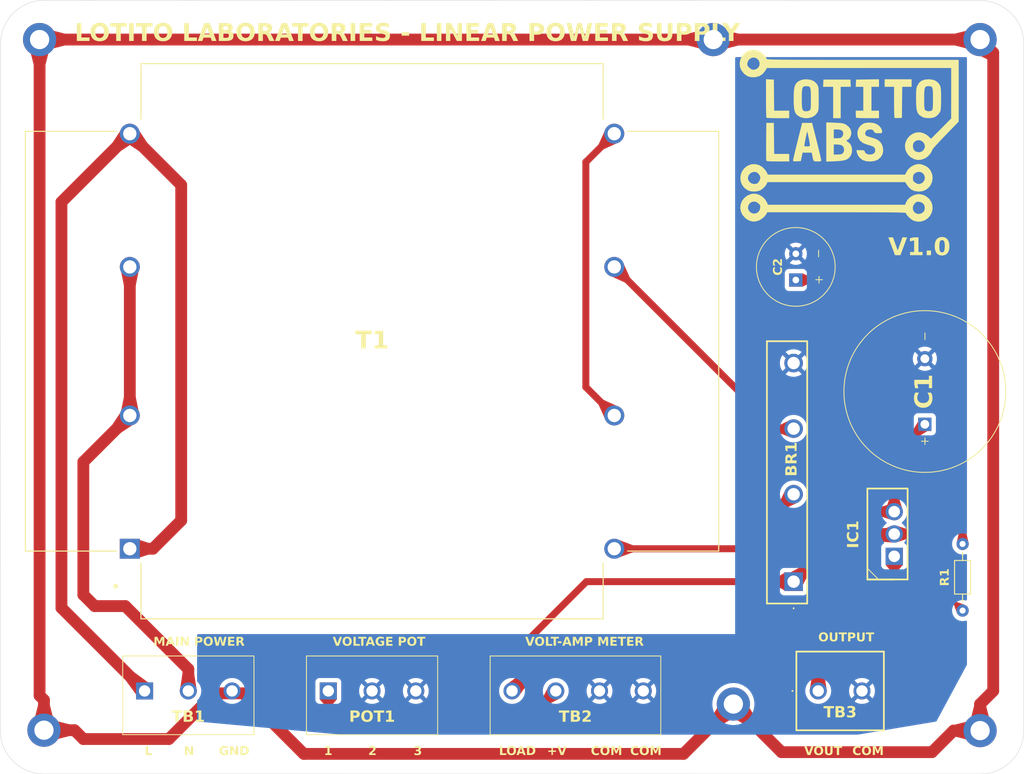
<source format=kicad_pcb>
(kicad_pcb (version 20240108) (generator "pcbnew") (generator_version "8.0")
  (title_block (title "Linear Power Supply PCB - Summer 2024") (company "Lotito Laboratories"))
  (layers (0 "F.Cu" signal) (31 "B.Cu" signal) (34 "B.Paste" user) (35 "F.Paste" user) (36 "B.SilkS" user "B.Silkscreen") (37 "F.SilkS" user "F.Silkscreen") (38 "B.Mask" user) (39 "F.Mask" user) (44 "Edge.Cuts" user))
  (net 0 "")
  (net 1 "Net-(BR1-~{_1})")
  (net 2 "COM")
  (net 3 "Net-(BR1-~{_2})")
  (net 4 "Net-(BR1-+)")
  (net 5 "Net-(IC1-ADJ{slash}GND)")
  (net 6 "Vout")
  (net 7 "+120VAC{slash}N")
  (net 8 "+120VAC{slash}L")
  (net 9 "Net-(T1-Pad6)")
  (net 10 "GND")
  (footprint "MountingHole:MountingHole_2.2mm_M2_DIN965_Pad" (layer "F.Cu") (at 103.5 135.989626)
    (property "Reference" "REF**" (hide yes))
    (property "Value" "MountingHole_2.2mm_M2_DIN965_Pad" (hide yes))
    (pad "1" thru_hole circle (at 0 0) (size 3.8 3.8) (drill 2.2) (layers "*.Cu" "*.Mask") (net 10 "GND"))
  )
  (footprint "MountingHole:MountingHole_2.2mm_M2_DIN965_Pad" (layer "F.Cu") (at 210.5 57)
    (property "Reference" "REF**" (hide yes))
    (property "Value" "MountingHole_2.2mm_M2_DIN965_Pad" (hide yes))
    (pad "1" thru_hole circle (at 0 0) (size 3.8 3.8) (drill 2.2) (layers "*.Cu" "*.Mask") (net 10 "GND"))
  )
  (footprint "Chase's Footprints:Lotito Labs - 25mm" (layer "F.Cu") (at 195.5 68)
    (property "Reference" "G***" (hide yes))
    (property "Value" "LOGO" (hide yes))
    (fp_poly (pts (xy 0.200897 -6.009181) (xy 0.222416 -5.59661) (xy -0.355176 -5.59661) (xy -0.932768 -5.59661) (xy -0.932768 -3.802825) (xy -0.932768 -2.00904) (xy -1.363277 -2.00904) (xy -1.793785 -2.00904) (xy -1.793785 -3.802825) (xy -1.793785 -5.59661) (xy -2.371377 -5.59661) (xy -2.948969 -5.59661) (xy -2.92745 -6.009181) (xy -2.905932 -6.421751) (xy -1.363277 -6.421751) (xy 0.179379 -6.421751)) (fill solid) (layer "F.SilkS"))
    (fp_poly (pts (xy -9.02274 -6.443113) (xy -8.574294 -6.421751) (xy -8.555102 -4.645904) (xy -8.535911 -2.870056) (xy -7.676147 -2.870056) (xy -6.816384 -2.870056) (xy -6.816384 -2.439548) (xy -6.816384 -2.00904) (xy -8.095951 -2.00904) (xy -8.510679 -2.011601) (xy -8.874767 -2.01871) (xy -9.164322 -2.029507) (xy -9.355449 -2.04313) (xy -9.423352 -2.056874) (xy -9.43529 -2.137988) (xy -9.44614 -2.344663) (xy -9.455517 -2.658956) (xy -9.463034 -3.062927) (xy -9.468307 -3.538634) (xy -9.470951 -4.068136) (xy -9.471186 -4.284591) (xy -9.471186 -6.464475)) (fill solid) (layer "F.SilkS"))
    (fp_poly (pts (xy -8.555102 0.304944) (xy -8.535911 2.080791) (xy -7.676147 2.080791) (xy -6.816384 2.080791) (xy -6.816384 2.511299) (xy -6.816384 2.941808) (xy -8.110161 2.941808) (xy -8.60279 2.939173) (xy -8.96675 2.9306) (xy -9.216792 2.915082) (xy -9.367664 2.891615) (xy -9.434116 2.859194) (xy -9.438673 2.851291) (xy -9.446861 2.75888) (xy -9.453084 2.541688) (xy -9.457207 2.218427) (xy -9.459099 1.807806) (xy -9.458626 1.328535) (xy -9.455655 0.799327) (xy -9.454359 0.644935) (xy -9.43531 -1.470904) (xy -9.004802 -1.470904) (xy -8.574294 -1.470904)) (fill solid) (layer "F.SilkS"))
    (fp_poly (pts (xy 7.175142 -6.027119) (xy 7.175142 -5.59661) (xy 6.638259 -5.59661) (xy 6.101377 -5.59661) (xy 6.082186 -3.820763) (xy 6.062995 -2.044915) (xy 5.665513 -2.023847) (xy 5.437516 -2.020745) (xy 5.27119 -2.03506) (xy 5.217067 -2.053743) (xy 5.202911 -2.13684) (xy 5.190267 -2.343198) (xy 5.179707 -2.65258) (xy 5.171807 -3.044747) (xy 5.167139 -3.499461) (xy 5.166102 -3.850659) (xy 5.166102 -5.59661) (xy 4.627966 -5.59661) (xy 4.089831 -5.59661) (xy 4.089831 -6.027119) (xy 4.089831 -6.457627) (xy 5.632486 -6.457627) (xy 7.175142 -6.457627)) (fill solid) (layer "F.SilkS"))
    (fp_poly (pts (xy 3.444068 -6.028737) (xy 3.444068 -5.59661) (xy 3.01356 -5.59661) (xy 2.583051 -5.59661) (xy 2.583051 -4.233333) (xy 2.583051 -2.870056) (xy 3.01356 -2.870056) (xy 3.444068 -2.870056) (xy 3.444068 -2.439548) (xy 3.444068 -2.00904) (xy 2.164501 -2.00904) (xy 1.749773 -2.011601) (xy 1.385685 -2.01871) (xy 1.09613 -2.029507) (xy 0.905003 -2.04313) (xy 0.8371 -2.056874) (xy 0.810227 -2.15029) (xy 0.792874 -2.338366) (xy 0.789266 -2.487382) (xy 0.789266 -2.870056) (xy 1.219774 -2.870056) (xy 1.650283 -2.870056) (xy 1.650283 -4.233333) (xy 1.650283 -5.59661) (xy 1.216194 -5.59661) (xy 0.782104 -5.59661) (xy 0.803623 -6.009181) (xy 0.825142 -6.421751) (xy 2.134605 -6.441308) (xy 3.444068 -6.460864)) (fill solid) (layer "F.SilkS"))
    (fp_poly (pts (xy -3.684094 0.574011) (xy -3.552929 1.10094) (xy -3.433672 1.588571) (xy -3.330806 2.017885) (xy -3.248816 2.369864) (xy -3.192184 2.625491) (xy -3.165397 2.765745) (xy -3.163896 2.780367) (xy -3.171384 2.869793) (xy -3.225384 2.918215) (xy -3.358713 2.938072) (xy -3.589822 2.941808) (xy -3.811709 2.940163) (xy -3.951388 2.916775) (xy -4.035635 2.843964) (xy -4.091228 2.694046) (xy -4.144942 2.439343) (xy -4.162431 2.349859) (xy -4.243507 1.937288) (xy -4.76578 1.937288) (xy -5.288053 1.937288) (xy -5.388518 2.42161) (xy -5.488983 2.905932) (xy -5.937429 2.927294) (xy -6.184291 2.934126) (xy -6.319755 2.919736) (xy -6.375274 2.876533) (xy -6.383355 2.819667) (xy -6.365817 2.719462) (xy -6.317433 2.498604) (xy -6.242567 2.175554) (xy -6.145584 1.768774) (xy -6.030851 1.296728) (xy -5.998561 1.16596) (xy -5.095515 1.16596) (xy -5.030609 1.198072) (xy -4.867753 1.217318) (xy -4.771469 1.219774) (xy -4.568508 1.209735) (xy -4.472724 1.169669) (xy -4.448588 1.084656) (xy -4.448587 1.08417) (xy -4.461877 0.966448) (xy -4.496971 0.755043) (xy -4.546711 0.485842) (xy -4.603936 0.194735) (xy -4.661486 -0.082389) (xy -4.712201 -0.30964) (xy -4.74892 -0.451129) (xy -4.760518 -0.47935) (xy -4.78049 -0.422215) (xy -4.820143 -0.257013) (xy -4.87276 -0.016733) (xy -4.931624 0.265637) (xy -4.990019 0.55711) (xy -5.041227 0.824697) (xy -5.078533 1.035411) (xy -5.09522 1.156263) (xy -5.095515 1.16596) (xy -5.998561 1.16596) (xy -5.902732 0.777876) (xy -5.860848 0.609887) (xy -5.340861 -1.470904) (xy -4.769159 -1.470904) (xy -4.197457 -1.470904)) (fill solid) (layer "F.SilkS"))
    (fp_poly (pts (xy -1.621638 -1.490444) (xy -1.214696 -1.472072) (xy -0.919971 -1.449686) (xy -0.706183 -1.418177) (xy -0.542049 -1.372439) (xy -0.396291 -1.307364) (xy -0.350827 -1.282953) (xy -0.019066 -1.034806) (xy 0.197147 -0.728304) (xy 0.285322 -0.382116) (xy 0.286738 -0.330208) (xy 0.243914 -0.048577) (xy 0.132127 0.209839) (xy -0.024356 0.399678) (xy -0.138552 0.464813) (xy -0.262539 0.52535) (xy -0.25915 0.598899) (xy -0.12475 0.700912) (xy -0.076372 0.729203) (xy 0.156918 0.938467) (xy 0.306363 1.230432) (xy 0.370029 1.56997) (xy 0.345979 1.92195) (xy 0.232278 2.251244) (xy 0.026992 2.522722) (xy 0.022658 2.52667) (xy -0.173067 2.670079) (xy -0.413786 2.775853) (xy -0.724167 2.849947) (xy -1.128876 2.898317) (xy -1.632344 2.926198) (xy -2.583051 2.960528) (xy -2.583051 1.578531) (xy -1.722034 1.578531) (xy -1.722034 2.152542) (xy -1.322684 2.152542) (xy -1.072289 2.139169) (xy -0.863438 2.104893) (xy -0.781114 2.076428) (xy -0.619601 1.91793) (xy -0.546576 1.69389) (xy -0.559758 1.449916) (xy -0.656867 1.231613) (xy -0.830593 1.086843) (xy -1.011577 1.037261) (xy -1.258083 1.007932) (xy -1.366653 1.00452) (xy -1.722034 1.00452) (xy -1.722034 1.578531) (xy -2.583051 1.578531) (xy -2.583051 0.716699) (xy -2.583051 -0.215254) (xy -1.722034 -0.215254) (xy -1.722034 0.287006) (xy -1.327401 0.287006) (xy -1.055674 0.27047) (xy -0.878849 0.21275) (xy -0.789265 0.143503) (xy -0.67345 -0.061069) (xy -0.645762 -0.247061) (xy -0.694088 -0.477648) (xy -0.845574 -0.627862) (xy -1.109981 -0.704286) (xy -1.343366 -0.717514) (xy -1.722034 -0.717514) (xy -1.722034 -0.215254) (xy -2.583051 -0.215254) (xy -2.583051 -1.52713)) (fill solid) (layer "F.SilkS"))
    (fp_poly (pts (xy -4.382416 -6.403208) (xy -3.99351 -6.242779) (xy -3.69927 -5.980581) (xy -3.606689 -5.842357) (xy -3.54975 -5.73351) (xy -3.508097 -5.620885) (xy -3.479333 -5.480674) (xy -3.461058 -5.289073) (xy -3.450875 -5.022276) (xy -3.446387 -4.656478) (xy -3.445248 -4.239637) (xy -3.445604 -3.771717) (xy -3.449374 -3.423299) (xy -3.459175 -3.170384) (xy -3.477621 -2.988974) (xy -3.507328 -2.855068) (xy -3.550914 -2.74467) (xy -3.610994 -2.63378) (xy -3.622432 -2.614184) (xy -3.865528 -2.333421) (xy -4.200236 -2.132989) (xy -4.594332 -2.020706) (xy -5.015595 -2.004387) (xy -5.431804 -2.091851) (xy -5.560734 -2.143985) (xy -5.802082 -2.274191) (xy -5.986676 -2.428201) (xy -6.121644 -2.62595) (xy -6.214114 -2.887373) (xy -6.271214 -3.232405) (xy -6.300073 -3.68098) (xy -6.307825 -4.233333) (xy -5.381356 -4.233333) (xy -5.377485 -3.743452) (xy -5.361715 -3.3788) (xy -5.327811 -3.121215) (xy -5.26954 -2.952536) (xy -5.180666 -2.854599) (xy -5.054955 -2.809243) (xy -4.888741 -2.798305) (xy -4.670554 -2.825106) (xy -4.494498 -2.890588) (xy -4.480239 -2.900148) (xy -4.42938 -2.947285) (xy -4.392614 -3.017338) (xy -4.367682 -3.131945) (xy -4.352322 -3.312748) (xy -4.344273 -3.581388) (xy -4.341276 -3.959505) (xy -4.34096 -4.233333) (xy -4.343075 -4.720735) (xy -4.354123 -5.083139) (xy -4.381166 -5.339035) (xy -4.43126 -5.506917) (xy -4.511465 -5.605275) (xy -4.62884 -5.652603) (xy -4.790443 -5.667391) (xy -4.888741 -5.668362) (xy -5.056907 -5.657085) (xy -5.182084 -5.611145) (xy -5.270507 -5.512382) (xy -5.328412 -5.342633) (xy -5.362031 -5.083736) (xy -5.377601 -4.717529) (xy -5.381356 -4.233333) (xy -6.307825 -4.233333) (xy -6.299929 -4.796128) (xy -6.271458 -5.236681) (xy -6.215235 -5.575623) (xy -6.124085 -5.833589) (xy -5.990833 -6.031212) (xy -5.808303 -6.189124) (xy -5.58153 -6.321759) (xy -5.24173 -6.428606) (xy -4.857364 -6.457627)) (fill solid) (layer "F.SilkS"))
    (fp_poly (pts (xy 9.558741 -6.417534) (xy 9.9067 -6.289779) (xy 10.193346 -6.063151) (xy 10.202074 -6.053893) (xy 10.321668 -5.912148) (xy 10.410336 -5.763199) (xy 10.472577 -5.583323) (xy 10.512894 -5.348796) (xy 10.535786 -5.035892) (xy 10.545755 -4.620889) (xy 10.547458 -4.233333) (xy 10.542955 -3.802138) (xy 10.530432 -3.416144) (xy 10.511366 -3.102705) (xy 10.487236 -2.889173) (xy 10.471142 -2.820914) (xy 10.304975 -2.537249) (xy 10.052773 -2.279575) (xy 9.778435 -2.10783) (xy 9.5219 -2.041347) (xy 9.195952 -2.014766) (xy 8.857984 -2.027206) (xy 8.565391 -2.077787) (xy 8.430791 -2.12852) (xy 8.187989 -2.272384) (xy 8.003027 -2.428333) (xy 7.868331 -2.61762) (xy 7.776326 -2.861495) (xy 7.719437 -3.18121) (xy 7.690089 -3.598018) (xy 7.680707 -4.13317) (xy 7.680553 -4.233333) (xy 7.680615 -4.2458) (xy 8.61017 -4.2458) (xy 8.612147 -3.793758) (xy 8.619399 -3.463228) (xy 8.633907 -3.232259) (xy 8.65765 -3.078898) (xy 8.692609 -2.981193) (xy 8.728917 -2.92952) (xy 8.898652 -2.832565) (xy 9.131275 -2.799456) (xy 9.360383 -2.83178) (xy 9.501937 -2.911057) (xy 9.544566 -2.975803) (xy 9.575274 -3.085609) (xy 9.595844 -3.261372) (xy 9.608058 -3.523994) (xy 9.613699 -3.894372) (xy 9.61469 -4.233333) (xy 9.612218 -4.721271) (xy 9.600661 -5.084161) (xy 9.573807 -5.340429) (xy 9.525443 -5.508502) (xy 9.449359 -5.606806) (xy 9.33934 -5.653766) (xy 9.189177 -5.66781) (xy 9.130892 -5.668362) (xy 8.953077 -5.660358) (xy 8.821012 -5.624031) (xy 8.727936 -5.540909) (xy 8.667087 -5.39252) (xy 8.631702 -5.16039) (xy 8.615021 -4.826049) (xy 8.610282 -4.371022) (xy 8.61017 -4.2458) (xy 7.680615 -4.2458) (xy 7.682859 -4.694115) (xy 7.691321 -5.03715) (xy 7.708253 -5.288142) (xy 7.735971 -5.472796) (xy 7.776788 -5.616816) (xy 7.813015 -5.704237) (xy 8.021869 -6.047859) (xy 8.289884 -6.280017) (xy 8.637658 -6.412592) (xy 9.085793 -6.457463) (xy 9.119405 -6.457627)) (fill solid) (layer "F.SilkS"))
    (fp_poly (pts (xy 2.807981 -1.460764) (xy 3.141995 -1.353814) (xy 3.159218 -1.345339) (xy 3.448907 -1.145638) (xy 3.667802 -0.890174) (xy 3.788173 -0.615729) (xy 3.802825 -0.491649) (xy 3.795876 -0.376557) (xy 3.752005 -0.315552) (xy 3.636678 -0.291543) (xy 3.415359 -0.287438) (xy 3.390255 -0.287459) (xy 3.151737 -0.294003) (xy 3.010607 -0.325305) (xy 2.920887 -0.399872) (xy 2.855456 -0.502714) (xy 2.757075 -0.640473) (xy 2.634005 -0.702616) (xy 2.428509 -0.717501) (xy 2.41813 -0.717514) (xy 2.125594 -0.670812) (xy 1.940119 -0.533343) (xy 1.866614 -0.309061) (xy 1.865537 -0.272204) (xy 1.88444 -0.130568) (xy 1.958216 -0.026201) (xy 2.112464 0.058881) (xy 2.372783 0.142665) (xy 2.506996 0.178461) (xy 2.985365 0.326932) (xy 3.342004 0.501353) (xy 3.59844 0.719302) (xy 3.776202 0.998355) (xy 3.882907 1.301877) (xy 3.929873 1.728457) (xy 3.844651 2.123912) (xy 3.636941 2.466242) (xy 3.316444 2.733447) (xy 3.230969 2.780367) (xy 2.855779 2.904766) (xy 2.420549 2.948783) (xy 1.983909 2.912148) (xy 1.604486 2.794596) (xy 1.590605 2.787849) (xy 1.274597 2.557854) (xy 1.034573 2.237258) (xy 0.906954 1.883475) (xy 0.864605 1.650282) (xy 1.329195 1.650282) (xy 1.590224 1.657516) (xy 1.735074 1.683353) (xy 1.790533 1.733999) (xy 1.793786 1.75791) (xy 1.859276 1.934443) (xy 2.032627 2.071341) (xy 2.27916 2.145561) (xy 2.387707 2.152542) (xy 2.707568 2.109235) (xy 2.915757 1.98106) (xy 3.008683 1.77064) (xy 3.01356 1.695803) (xy 2.987769 1.48306) (xy 2.894833 1.327827) (xy 2.711404 1.209528) (xy 2.414136 1.107591) (xy 2.316491 1.08153) (xy 2.019833 0.992597) (xy 1.742693 0.888256) (xy 1.549883 0.793732) (xy 1.25268 0.535308) (xy 1.062393 0.212868) (xy 0.977097 -0.145688) (xy 0.994867 -0.512462) (xy 1.113778 -0.859554) (xy 1.331905 -1.159065) (xy 1.647323 -1.383097) (xy 1.701792 -1.40799) (xy 2.026383 -1.490495) (xy 2.415612 -1.507206)) (fill solid) (layer "F.SilkS"))
    (fp_poly (pts (xy 8.31601 3.279715) (xy 8.663799 3.405839) (xy 8.977452 3.582373) (xy 9.101474 3.681713) (xy 9.368496 4.022694) (xy 9.525776 4.424707) (xy 9.572491 4.855694) (xy 9.507817 5.283597) (xy 9.33093 5.676359) (xy 9.158332 5.894604) (xy 8.816609 6.176484) (xy 8.443405 6.33473) (xy 7.99928 6.385825) (xy 7.982786 6.385876) (xy 7.518455 6.330101) (xy 7.131331 6.157028) (xy 6.805388 5.858034) (xy 6.676273 5.682928) (xy 6.428535 5.309605) (xy -1.444739 5.309605) (xy -9.318013 5.309605) (xy -9.365055 5.457822) (xy -9.4792 5.666905) (xy -9.677649 5.899948) (xy -9.918202 6.113163) (xy -10.125235 6.2466) (xy -10.445837 6.349836) (xy -10.828993 6.385331) (xy -11.213372 6.353284) (xy -11.53764 6.253894) (xy -11.56123 6.241943) (xy -11.932189 5.975542) (xy -12.194133 5.641945) (xy -12.350265 5.2634) (xy -12.403592 4.863615) (xy -11.538705 4.863615) (xy -11.520205 4.995918) (xy -11.389633 5.24832) (xy -11.166669 5.42878) (xy -10.891708 5.519765) (xy -10.605146 5.503743) (xy -10.471732 5.45098) (xy -10.314103 5.303476) (xy -10.18575 5.075547) (xy -10.129963 4.868001) (xy 7.318644 4.868001) (xy 7.345184 5.090818) (xy 7.449005 5.255711) (xy 7.539404 5.339102) (xy 7.819662 5.49879) (xy 8.103304 5.519165) (xy 8.372853 5.400676) (xy 8.472186 5.315124) (xy 8.640824 5.065275) (xy 8.689552 4.801638) (xy 8.635543 4.550125) (xy 8.495968 4.336651) (xy 8.287998 4.18713) (xy 8.028806 4.127475) (xy 7.735562 4.1836) (xy 7.725205 4.187849) (xy 7.491561 4.329934) (xy 7.362505 4.533156) (xy 7.31902 4.829331) (xy 7.318644 4.868001) (xy -10.129963 4.868001) (xy -10.119807 4.830218) (xy -10.116949 4.776164) (xy -10.16372 4.608835) (xy -10.280237 4.415584) (xy -10.323112 4.363618) (xy -10.503843 4.201365) (xy -10.692209 4.137896) (xy -10.78904 4.132881) (xy -11.085869 4.193457) (xy -11.326593 4.355311) (xy -11.485957 4.588634) (xy -11.538705 4.863615) (xy -12.403592 4.863615) (xy -12.403787 4.862153) (xy -12.357903 4.460451) (xy -12.215816 4.080542) (xy -11.980729 3.744674) (xy -11.655845 3.475092) (xy -11.244366 3.294045) (xy -11.132789 3.266176) (xy -10.706282 3.244073) (xy -10.285184 3.348527) (xy -9.899832 3.564776) (xy -9.580562 3.878055) (xy -9.442909 4.088593) (xy -9.246976 4.448588) (xy -1.403379 4.448588) (xy 6.440218 4.448588) (xy 6.533327 4.223801) (xy 6.751363 3.867331) (xy 7.068805 3.567798) (xy 7.448608 3.350268) (xy 7.853728 3.239812) (xy 8.000283 3.23109)) (fill solid) (layer "F.SilkS"))
    (fp_poly (pts (xy -10.257144 6.747959) (xy -9.891592 6.963909) (xy -9.584251 7.261223) (xy -9.36722 7.620906) (xy -9.3661 7.623588) (xy -9.254006 7.892655) (xy -1.412603 7.892655) (xy 6.428799 7.892655) (xy 6.514519 7.655603) (xy 6.711014 7.309991) (xy 7.013762 7.019092) (xy 7.38927 6.804988) (xy 7.804049 6.689757) (xy 8.000283 6.676033) (xy 8.441617 6.742686) (xy 8.843778 6.928847) (xy 9.180732 7.21382) (xy 9.426451 7.576911) (xy 9.537407 7.898119) (xy 9.570366 8.35231) (xy 9.481626 8.772486) (xy 9.289655 9.143436) (xy 9.012924 9.449945) (xy 8.669903 9.676801) (xy 8.279062 9.808791) (xy 7.858871 9.830702) (xy 7.4278 9.72732) (xy 7.35452 9.69608) (xy 7.152993 9.574217) (xy 6.937188 9.397777) (xy 6.739681 9.199724) (xy 6.593046 9.013021) (xy 6.529859 8.870633) (xy 6.529379 8.861093) (xy 6.517026 8.844186) (xy 6.474883 8.82912) (xy 6.395326 8.815792) (xy 6.270728 8.804099) (xy 6.093464 8.793937) (xy 5.85591 8.785203) (xy 5.550439 8.777794) (xy 5.169427 8.771607) (xy 4.705247 8.766537) (xy 4.150275 8.762482) (xy 3.496886 8.759338) (xy 2.737453 8.757003) (xy 1.864352 8.755372) (xy 0.869957 8.754342) (xy -0.253357 8.75381) (xy -1.39731 8.753672) (xy -9.323998 8.753672) (xy -9.431586 8.961725) (xy -9.622806 9.221118) (xy -9.901166 9.469056) (xy -10.213505 9.66394) (xy -10.439927 9.750731) (xy -10.712022 9.807942) (xy -10.929872 9.815028) (xy -11.173896 9.771454) (xy -11.27657 9.745148) (xy -11.48547 9.656175) (xy -11.724317 9.50764) (xy -11.84239 9.415749) (xy -12.15378 9.067333) (xy -12.341738 8.678449) (xy -12.412417 8.27027) (xy -12.409699 8.242964) (xy -11.531767 8.242964) (xy -11.468357 8.497381) (xy -11.31468 8.704944) (xy -11.097184 8.847191) (xy -10.842315 8.905661) (xy -10.576519 8.86189) (xy -10.367643 8.735622) (xy -10.198178 8.499483) (xy -10.139405 8.272702) (xy -10.13833 8.255357) (xy 7.30485 8.255357) (xy 7.350056 8.508639) (xy 7.480314 8.724901) (xy 7.678684 8.879914) (xy 7.928225 8.949449) (xy 8.211994 8.909277) (xy 8.3246 8.860557) (xy 8.546389 8.69263) (xy 8.658755 8.459833) (xy 8.681921 8.224255) (xy 8.618025 7.930729) (xy 8.438204 7.708304) (xy 8.160257 7.576018) (xy 8.057448 7.556354) (xy 7.848713 7.543419) (xy 7.70198 7.5924) (xy 7.543417 7.728608) (xy 7.537362 7.73465) (xy 7.361639 7.989284) (xy 7.30485 8.255357) (xy -10.13833 8.255357) (xy -10.126469 8.063967) (xy -10.17545 7.917234) (xy -10.311659 7.758671) (xy -10.317701 7.752616) (xy -10.578554 7.576975) (xy -10.861123 7.523963) (xy -11.132225 7.587649) (xy -11.358676 7.7621) (xy -11.478465 7.960156) (xy -11.531767 8.242964) (xy -12.409699 8.242964) (xy -12.371973 7.863972) (xy -12.22656 7.480732) (xy -11.982332 7.141723) (xy -11.645444 6.868121) (xy -11.222051 6.681102) (xy -11.034492 6.636146) (xy -10.648811 6.632372)) (fill solid) (layer "F.SilkS"))
    (fp_poly (pts (xy -10.574541 -9.780692) (xy -10.236256 -9.665142) (xy -9.981275 -9.513567) (xy -9.739953 -9.311027) (xy -9.54337 -9.090438) (xy -9.422604 -8.88472) (xy -9.399435 -8.778783) (xy -9.380758 -8.765571) (xy -9.320615 -8.753571) (xy -9.212837 -8.742729) (xy -9.051255 -8.732989) (xy -8.8297 -8.724298) (xy -8.542002 -8.7166) (xy -8.181993 -8.709843) (xy -7.743503 -8.70397) (xy -7.220365 -8.698928) (xy -6.606407 -8.694663) (xy -5.895463 -8.691119) (xy -5.081362 -8.688243) (xy -4.157935 -8.68598) (xy -3.119014 -8.684275) (xy -1.958429 -8.683074) (xy -0.670012 -8.682323) (xy 0.752407 -8.681968) (xy 1.578531 -8.681921) (xy 12.556497 -8.681921) (xy 12.555561 -5.148164) (xy 12.554624 -1.614407) (xy 11.048781 -0.060177) (xy 10.671189 0.332751) (xy 10.328257 0.695763) (xy 10.032293 1.015342) (xy 9.795603 1.277968) (xy 9.630494 1.470122) (xy 9.549273 1.578286) (xy 9.542938 1.593996) (xy 9.506546 1.707478) (xy 9.413162 1.890991) (xy 9.333252 2.02458) (xy 9.046107 2.358216) (xy 8.681541 2.601644) (xy 8.271769 2.743064) (xy 7.849008 2.770674) (xy 7.502172 2.695347) (xy 7.062046 2.463522) (xy 6.727351 2.135017) (xy 6.501308 1.713325) (xy 6.451253 1.554858) (xy 6.412407 1.185871) (xy 7.320926 1.185871) (xy 7.371451 1.50545) (xy 7.526947 1.729704) (xy 7.770301 1.85094) (xy 8.080387 1.885657) (xy 8.335394 1.801833) (xy 8.500787 1.668345) (xy 8.655987 1.43155) (xy 8.692355 1.179343) (xy 8.628934 0.936094) (xy 8.48477 0.726173) (xy 8.278909 0.573952) (xy 8.030395 0.503801) (xy 7.758274 0.540089) (xy 7.654746 0.585731) (xy 7.445975 0.745902) (xy 7.342384 0.966003) (xy 7.320926 1.185871) (xy 6.412407 1.185871) (xy 6.406548 1.130221) (xy 6.488332 0.714093) (xy 6.680415 0.330342) (xy 6.966609 0.002832) (xy 7.330723 -0.24457) (xy 7.756569 -0.387998) (xy 7.770938 -0.390587) (xy 8.148774 -0.391954) (xy 8.547284 -0.283723) (xy 8.918598 -0.082374) (xy 9.098282 0.066339) (xy 9.389947 0.34939) (xy 10.5415 -0.811887) (xy 11.693052 -1.973164) (xy 11.694266 -4.861158) (xy 11.69548 -7.749153) (xy 1.165961 -7.746885) (xy -9.363559 -7.744617) (xy -9.555102 -7.428842) (xy -9.853815 -7.063453) (xy -10.230833 -6.817033) (xy -10.677358 -6.694992) (xy -10.761597 -6.686854) (xy -11.209129 -6.697579) (xy -11.581626 -6.81064) (xy -11.916636 -7.03939) (xy -12.0158 -7.132928) (xy -12.2936 -7.495069) (xy -12.445757 -7.88094) (xy -12.46988 -8.127117) (xy -11.612382 -8.127117) (xy -11.566552 -7.992118) (xy -11.43899 -7.837879) (xy -11.388853 -7.786932) (xy -11.136972 -7.594149) (xy -10.887207 -7.536744) (xy -10.611947 -7.609708) (xy -10.557863 -7.636144) (xy -10.333763 -7.821781) (xy -10.216054 -8.06829) (xy -10.204716 -8.340265) (xy -10.299725 -8.602303) (xy -10.50106 -8.818998) (xy -10.558619 -8.856479) (xy -10.834961 -8.946881) (xy -11.108398 -8.912589) (xy -11.348685 -8.769784) (xy -11.525576 -8.534647) (xy -11.599773 -8.299481) (xy -11.612382 -8.127117) (xy -12.46988 -8.127117) (xy -12.484227 -8.273527) (xy -12.420965 -8.655819) (xy -12.267928 -9.010804) (xy -12.03707 -9.321469) (xy -11.740346 -9.570802) (xy -11.389713 -9.741792) (xy -10.997126 -9.817426)) (fill solid) (layer "F.SilkS"))
  )
  (footprint "Resistor_THT:R_Axial_DIN0204_L3.6mm_D1.6mm_P7.62mm_Horizontal" (layer "F.Cu") (at 208.5 114.69 -90)
    (property "Reference" "R1" (at 3.81 2 90) (layer "F.SilkS"))
    (property "Value" "560R")
    (fp_line (start 1.89 0.92) (end 5.73 0.92) (stroke (width 0.12)) (layer "F.SilkS"))
    (fp_line (start 5.73 0.92) (end 5.73 -0.92) (stroke (width 0.12)) (layer "F.SilkS"))
    (fp_line (start 0.94 0) (end 1.89 0) (stroke (width 0.12)) (layer "F.SilkS"))
    (fp_line (start 6.68 0) (end 5.73 0) (stroke (width 0.12)) (layer "F.SilkS"))
    (fp_line (start 1.89 -0.92) (end 1.89 0.92) (stroke (width 0.12)) (layer "F.SilkS"))
    (fp_line (start 5.73 -0.92) (end 1.89 -0.92) (stroke (width 0.12)) (layer "F.SilkS"))
    (pad "1" thru_hole circle (at 0 0 270) (size 1.4 1.4) (drill 0.7) (layers "*.Cu" "*.Mask") (net 6 "Vout"))
    (pad "2" thru_hole oval (at 7.62 0 270) (size 1.4 1.4) (drill 0.7) (layers "*.Cu" "*.Mask") (net 5 "Net-(IC1-ADJ{slash}GND)"))
  )
  (footprint "SamacSys_PCB_Library:1935174" (layer "F.Cu") (at 115 131.5)
    (property "Reference" "TB1" (at 5 3 0) (layer "F.SilkS") (effects (font (size 1.27 1.27) (thickness 0.254))))
    (property "Value" "1935174" (hide yes))
    (fp_line (start -2.5 -4) (end -2.5 5) (stroke (width 0.1)) (layer "F.SilkS"))
    (fp_line (start -2.5 5) (end 12.5 5) (stroke (width 0.1)) (layer "F.SilkS"))
    (fp_line (start 12.5 -4) (end -2.5 -4) (stroke (width 0.1)) (layer "F.SilkS"))
    (fp_line (start 12.5 5) (end 12.5 -4) (stroke (width 0.1)) (layer "F.SilkS"))
    (pad "1" thru_hole rect (at 0 0 90) (size 1.95 1.95) (drill 1.3) (layers "*.Cu" "*.Mask") (net 8 "+120VAC{slash}L"))
    (pad "2" thru_hole circle (at 5 0 90) (size 1.95 1.95) (drill 1.3) (layers "*.Cu" "*.Mask") (net 7 "+120VAC{slash}N"))
    (pad "3" thru_hole circle (at 10 0 90) (size 1.95 1.95) (drill 1.3) (layers "*.Cu" "*.Mask") (net 10 "GND"))
  )
  (footprint "SamacSys_PCB_Library:RS603MC" (layer "F.Cu") (at 189.186 119 90)
    (property "Reference" "BR1" (at 14 -0.186 90) (layer "F.SilkS") (effects (font (size 1.27 1.27) (thickness 0.254))))
    (property "Value" "RS603M-C" (hide yes))
    (fp_line (start 27.5 -3.05) (end 27.5 1.55) (stroke (width 0.2)) (layer "F.SilkS"))
    (fp_line (start -2.5 -3.05) (end 27.5 -3.05) (stroke (width 0.2)) (layer "F.SilkS"))
    (fp_line (start -3 0) (end -3 0) (stroke (width 0.1)) (layer "F.SilkS"))
    (fp_line (start -3.1 0) (end -3.1 0) (stroke (width 0.1)) (layer "F.SilkS"))
    (fp_line (start 27.5 1.55) (end -2.5 1.55) (stroke (width 0.2)) (layer "F.SilkS"))
    (fp_line (start -2.5 1.55) (end -2.5 -3.05) (stroke (width 0.2)) (layer "F.SilkS"))
    (fp_arc (start -3 0) (mid -3.05 0.05) (end -3.1 0) (stroke (width 0.1)) (layer "F.SilkS"))
    (fp_arc (start -3.1 0) (mid -3.05 -0.05) (end -3 0) (stroke (width 0.1)) (layer "F.SilkS"))
    (pad "1" thru_hole rect (at 0 0 180) (size 2.13 2.13) (drill 1.42) (layers "*.Cu" "*.Mask") (net 4 "Net-(BR1-+)"))
    (pad "2" thru_hole circle (at 10 0 180) (size 2.13 2.13) (drill 1.42) (layers "*.Cu" "*.Mask") (net 1 "Net-(BR1-~{_1})"))
    (pad "3" thru_hole circle (at 17.5 0 180) (size 2.13 2.13) (drill 1.42) (layers "*.Cu" "*.Mask") (net 3 "Net-(BR1-~{_2})"))
    (pad "4" thru_hole circle (at 25 0 180) (size 2.13 2.13) (drill 1.42) (layers "*.Cu" "*.Mask") (net 2 "COM"))
  )
  (footprint "MountingHole:MountingHole_2.2mm_M2_DIN965_Pad" (layer "F.Cu") (at 103 57)
    (property "Reference" "REF**" (hide yes))
    (property "Value" "MountingHole_2.2mm_M2_DIN965_Pad" (hide yes))
    (pad "1" thru_hole circle (at 0 0) (size 3.8 3.8) (drill 2.2) (layers "*.Cu" "*.Mask") (net 10 "GND"))
  )
  (footprint "Chase's Footprints:228SAK050M" (layer "F.Cu") (at 204.186 97.2537 -90)
    (property "Reference" "C1" (at 0 0 90) (layer "F.SilkS") (effects (font (size 2 2) (thickness 0.1))))
    (property "Value" "2200uF")
    (fp_circle (center 0 0) (end 9.25 0) (stroke (width 0.1)) (fill none) (layer "F.SilkS"))
    (fp_text user "-" (at -7 0.5 -90) (layer "F.SilkS") (effects (font (thickness 0.1)) (justify left bottom)))
    (fp_text user "+" (at 5 0.5 -90) (layer "F.SilkS") (effects (font (thickness 0.1)) (justify left bottom)))
    (pad "1" thru_hole rect (at 3.75 0 270) (size 1.524 1.524) (drill 1) (layers "*.Cu" "*.Mask") (net 4 "Net-(BR1-+)"))
    (pad "2" thru_hole circle (at -3.75 0 270) (size 1.75 1.75) (drill 1) (layers "*.Cu" "*.Mask") (net 2 "COM"))
  )
  (footprint "SamacSys_PCB_Library:1935187" (layer "F.Cu") (at 157 131.5)
    (property "Reference" "TB2" (at 7.25 3 0) (layer "F.SilkS") (effects (font (size 1.27 1.27) (thickness 0.254))))
    (property "Value" "1935187" (hide yes))
    (fp_line (start -2.5 -4) (end 17 -4) (stroke (width 0.1)) (layer "F.SilkS"))
    (fp_line (start -2.5 5) (end -2.5 -4) (stroke (width 0.1)) (layer "F.SilkS"))
    (fp_line (start 17 -4) (end 17 5) (stroke (width 0.1)) (layer "F.SilkS"))
    (fp_line (start 17 5) (end -2.5 5) (stroke (width 0.1)) (layer "F.SilkS"))
    (pad "1" thru_hole circle (at 0 0 90) (size 1.95 1.95) (drill 1.3) (layers "*.Cu" "*.Mask") (net 6 "Vout"))
    (pad "2" thru_hole circle (at 5 0 90) (size 1.95 1.95) (drill 1.3) (layers "*.Cu" "*.Mask") (net 4 "Net-(BR1-+)"))
    (pad "3" thru_hole circle (at 10 0 90) (size 1.95 1.95) (drill 1.3) (layers "*.Cu" "*.Mask") (net 2 "COM"))
    (pad "4" thru_hole circle (at 15 0 90) (size 1.95 1.95) (drill 1.3) (layers "*.Cu" "*.Mask") (net 2 "COM"))
  )
  (footprint "SamacSys_PCB_Library:1935174" (layer "F.Cu") (at 136 131.5)
    (property "Reference" "POT1" (at 5 3 0) (layer "F.SilkS") (effects (font (size 1.27 1.27) (thickness 0.254))))
    (property "Value" "10k" (hide yes))
    (fp_line (start -2.5 -4) (end -2.5 5) (stroke (width 0.1)) (layer "F.SilkS"))
    (fp_line (start -2.5 5) (end 12.5 5) (stroke (width 0.1)) (layer "F.SilkS"))
    (fp_line (start 12.5 -4) (end -2.5 -4) (stroke (width 0.1)) (layer "F.SilkS"))
    (fp_line (start 12.5 5) (end 12.5 -4) (stroke (width 0.1)) (layer "F.SilkS"))
    (pad "1" thru_hole rect (at 0 0 90) (size 1.95 1.95) (drill 1.3) (layers "*.Cu" "*.Mask") (net 5 "Net-(IC1-ADJ{slash}GND)"))
    (pad "2" thru_hole circle (at 5 0 90) (size 1.95 1.95) (drill 1.3) (layers "*.Cu" "*.Mask") (net 2 "COM"))
    (pad "3" thru_hole circle (at 10 0 90) (size 1.95 1.95) (drill 1.3) (layers "*.Cu" "*.Mask") (net 2 "COM"))
  )
  (footprint "Chase's Footprints:Small Electrolytic Capacitor" (layer "F.Cu") (at 189.436 83 90)
    (property "Reference" "C2" (at 0 -2 90) (layer "F.SilkS") (effects (font (thickness 0.1))))
    (property "Value" "10uF")
    (fp_circle (center 0 0) (end 4.5 0) (stroke (width 0.1)) (fill none) (layer "F.SilkS"))
    (fp_text user "+" (at -2.15 3.164 90) (layer "F.SilkS") (effects (font (thickness 0.1)) (justify left bottom)))
    (fp_text user "-" (at 0.85 3.114 90) (layer "F.SilkS") (effects (font (thickness 0.1)) (justify left bottom)))
    (pad "1" thru_hole rect (at -1.5 0 90) (size 1.524 1.524) (drill 0.762) (layers "*.Cu" "*.Mask") (net 6 "Vout"))
    (pad "2" thru_hole circle (at 1.5 0 90) (size 1.524 1.524) (drill 0.762) (layers "*.Cu" "*.Mask") (net 2 "COM"))
  )
  (footprint "FP16-3000:XFMR_FP16-3000" (layer "F.Cu") (at 140.999293 91.499293 90)
    (property "Reference" "T1" (at 0 0 180) (layer "F.SilkS") (effects (font (size 2 2))))
    (property "Value" "FP16-3000")
    (fp_line (start 24.003 -39.624) (end 24.003 -29.21) (stroke (width 0.127)) (layer "F.SilkS"))
    (fp_line (start -24.003 -39.624) (end 24.003 -39.624) (stroke (width 0.127)) (layer "F.SilkS"))
    (fp_line (start -24.003 -29.21) (end -24.003 -39.624) (stroke (width 0.127)) (layer "F.SilkS"))
    (fp_line (start 25.4 -26.416) (end 31.75 -26.416) (stroke (width 0.127)) (layer "F.SilkS"))
    (fp_line (start -31.75 -26.416) (end -25.4 -26.416) (stroke (width 0.127)) (layer "F.SilkS"))
    (fp_line (start -31.75 -26.416) (end -31.75 26.416) (stroke (width 0.127)) (layer "F.SilkS"))
    (fp_line (start 31.75 26.416) (end 31.75 -26.416) (stroke (width 0.127)) (layer "F.SilkS"))
    (fp_line (start 31.75 26.416) (end 25.4 26.416) (stroke (width 0.127)) (layer "F.SilkS"))
    (fp_line (start -25.4 26.416) (end -31.75 26.416) (stroke (width 0.127)) (layer "F.SilkS"))
    (fp_line (start 24.003 29.21) (end 24.003 39.624) (stroke (width 0.127)) (layer "F.SilkS"))
    (fp_line (start 24.003 39.624) (end -24.003 39.624) (stroke (width 0.127)) (layer "F.SilkS"))
    (fp_line (start -24.003 39.624) (end -24.003 29.21) (stroke (width 0.127)) (layer "F.SilkS"))
    (fp_circle (center -28.02 -29.31) (end -27.861888 -29.31) (stroke (width 0.2)) (fill none) (layer "F.SilkS"))
    (pad "1" thru_hole rect (at -23.7363 -27.686 90) (size 2.286 2.286) (drill 1.524) (layers "*.Cu" "*.Mask") (net 8 "+120VAC{slash}L"))
    (pad "2" thru_hole circle (at -8.4963 -27.686 90) (size 2.286 2.286) (drill 1.524) (layers "*.Cu" "*.Mask") (net 7 "+120VAC{slash}N"))
    (pad "3" thru_hole circle (at 23.7363 -27.686 90) (size 2.286 2.286) (drill 1.524) (layers "*.Cu" "*.Mask") (net 8 "+120VAC{slash}L"))
    (pad "4" thru_hole circle (at 8.4963 -27.686 90) (size 2.286 2.286) (drill 1.524) (layers "*.Cu" "*.Mask") (net 7 "+120VAC{slash}N"))
    (pad "5" thru_hole circle (at -23.7363 27.686 90) (size 2.286 2.286) (drill 1.524) (layers "*.Cu" "*.Mask") (net 1 "Net-(BR1-~{_1})"))
    (pad "6" thru_hole circle (at -8.4963 27.686 90) (size 2.286 2.286) (drill 1.524) (layers "*.Cu" "*.Mask") (net 9 "Net-(T1-Pad6)"))
    (pad "7" thru_hole circle (at 23.7363 27.686 90) (size 2.286 2.286) (drill 1.524) (layers "*.Cu" "*.Mask") (net 9 "Net-(T1-Pad6)"))
    (pad "8" thru_hole circle (at 8.4963 27.686 90) (size 2.286 2.286) (drill 1.524) (layers "*.Cu" "*.Mask") (net 3 "Net-(BR1-~{_2})"))
  )
  (footprint "SamacSys_PCB_Library:1935776" (layer "F.Cu") (at 192 131.5)
    (property "Reference" "TB3" (at 2.5 2.5 0) (layer "F.SilkS") (effects (font (size 1.27 1.27) (thickness 0.254))))
    (property "Value" "1935776" (hide yes))
    (fp_line (start -3 0) (end -3 0) (stroke (width 0.1)) (layer "F.SilkS"))
    (fp_line (start -2.9 0) (end -2.9 0) (stroke (width 0.1)) (layer "F.SilkS"))
    (fp_line (start -2.5 -4.5) (end 7.5 -4.5) (stroke (width 0.2)) (layer "F.SilkS"))
    (fp_line (start -2.5 4.5) (end -2.5 -4.5) (stroke (width 0.2)) (layer "F.SilkS"))
    (fp_line (start 7.5 -4.5) (end 7.5 4.5) (stroke (width 0.2)) (layer "F.SilkS"))
    (fp_line (start 7.5 4.5) (end -2.5 4.5) (stroke (width 0.2)) (layer "F.SilkS"))
    (fp_arc (start -3 0) (mid -2.95 -0.05) (end -2.9 0) (stroke (width 0.1)) (layer "F.SilkS"))
    (fp_arc (start -2.9 0) (mid -2.95 0.05) (end -3 0) (stroke (width 0.1)) (layer "F.SilkS"))
    (pad "1" thru_hole circle (at 0 0 90) (size 1.95 1.95) (drill 1.3) (layers "*.Cu" "*.Mask") (net 6 "Vout"))
    (pad "2" thru_hole circle (at 5 0 90) (size 1.95 1.95) (drill 1.3) (layers "*.Cu" "*.Mask") (net 2 "COM"))
  )
  (footprint "MountingHole:MountingHole_2.2mm_M2_DIN965_Pad" (layer "F.Cu") (at 182.3 133)
    (property "Reference" "REF**" (hide yes))
    (property "Value" "MountingHole_2.2mm_M2_DIN965_Pad" (hide yes))
    (pad "1" thru_hole circle (at 0 0) (size 3.8 3.8) (drill 2.2) (layers "*.Cu" "*.Mask") (net 10 "GND"))
  )
  (footprint "SamacSys_PCB_Library:TO255P460X1020X2008-3P" (layer "F.Cu") (at 200.686 116.1 90)
    (property "Reference" "IC1" (at 2.5 -4.636 90) (layer "F.SilkS") (effects (font (size 1.27 1.27) (thickness 0.254))))
    (property "Value" "LD1085V" (hide yes))
    (fp_line (start 7.75 -3.07) (end -2.65 -3.07) (stroke (width 0.2)) (layer "F.SilkS"))
    (fp_line (start -2.65 -3.07) (end -2.65 0) (stroke (width 0.2)) (layer "F.SilkS"))
    (fp_line (start -2.65 -1.795) (end -1.375 -3.07) (stroke (width 0.1)) (layer "F.SilkS") (net 2))
    (fp_line (start 7.75 1.53) (end 7.75 -3.07) (stroke (width 0.2)) (layer "F.SilkS"))
    (fp_line (start 7.75 1.53) (end -2.65 1.53) (stroke (width 0.2)) (layer "F.SilkS") (net 2))
    (fp_line (start -2.65 1.53) (end -2.65 -3.07) (stroke (width 0.2)) (layer "F.SilkS") (net 2))
    (pad "1" thru_hole rect (at 0 0 180) (size 1.98 1.98) (drill 1.32) (layers "*.Cu" "*.Mask") (net 5 "Net-(IC1-ADJ{slash}GND)"))
    (pad "2" thru_hole circle (at 2.55 0 180) (size 1.98 1.98) (drill 1.32) (layers "*.Cu" "*.Mask") (net 6 "Vout"))
    (pad "3" thru_hole circle (at 5.1 0 180) (size 1.98 1.98) (drill 1.32) (layers "*.Cu" "*.Mask") (net 4 "Net-(BR1-+)"))
  )
  (footprint "MountingHole:MountingHole_2.2mm_M2_DIN965_Pad" (layer "F.Cu") (at 210.5 136.035568)
    (property "Reference" "REF**" (hide yes))
    (property "Value" "MountingHole_2.2mm_M2_DIN965_Pad" (hide yes))
    (pad "1" thru_hole circle (at 0 0) (size 3.8 3.8) (drill 2.2) (layers "*.Cu" "*.Mask") (net 10 "GND"))
  )
  (footprint "MountingHole:MountingHole_2.2mm_M2_DIN965_Pad" (layer "F.Cu") (at 180 57)
    (property "Reference" "REF**" (hide yes))
    (property "Value" "MountingHole_2.2mm_M2_DIN965_Pad" (hide yes))
    (pad "1" thru_hole circle (at 0 0) (size 3.8 3.8) (drill 2.2) (layers "*.Cu" "*.Mask") (net 10 "GND"))
  )
  (gr_arc (start 210.5 52.535534) (mid 214.028175 53.982233) (end 215.5 57.5) (stroke (width 0.05)) (layer "Edge.Cuts"))
  (gr_line (start 215.5 136.035534) (end 215.5 57.5) (stroke (width 0.05)) (layer "Edge.Cuts"))
  (gr_arc (start 103.5 140.989636) (mid 99.968129 139.528833) (end 98.500001 136) (stroke (width 0.05)) (layer "Edge.Cuts"))
  (gr_arc (start 215.5 136.035534) (mid 214.02818 139.553306) (end 210.5 141) (stroke (width 0.05)) (layer "Edge.Cuts"))
  (gr_line (start 98.500001 136) (end 98.535534 57.535534) (stroke (width 0.05)) (layer "Edge.Cuts"))
  (gr_line (start 210.5 52.535534) (end 103.535534 52.5) (stroke (width 0.05)) (layer "Edge.Cuts"))
  (gr_arc (start 98.535534 57.535534) (mid 99.99264 53.982232) (end 103.535534 52.5) (stroke (width 0.05)) (layer "Edge.Cuts"))
  (gr_line (start 103.5 140.989636) (end 210.5 141) (stroke (width 0.05)) (layer "Edge.Cuts"))
  (gr_text "V1.0" (at 200 82 0) (layer "F.SilkS") (effects (font (size 2 2) (thickness 0.3) (bold yes)) (justify left bottom)))
  (gr_text "OUTPUT" (at 192 126 0) (layer "F.SilkS") (effects (font (size 1 1) (thickness 0.25) (bold yes)) (justify left bottom)))
  (gr_text "N" (at 119.5 139 0) (layer "F.SilkS") (effects (font (size 1 1) (thickness 0.1)) (justify left bottom)))
  (gr_text "GND" (at 123.5 139 0) (layer "F.SilkS") (effects (font (size 1 1) (thickness 0.1)) (justify left bottom)))
  (gr_text "COM" (at 166 139 0) (layer "F.SilkS") (effects (font (size 1 1) (thickness 0.1)) (justify left bottom)))
  (gr_text "+V" (at 161 139 0) (layer "F.SilkS") (effects (font (size 1 1) (thickness 0.1)) (justify left bottom)))
  (gr_text "3" (at 145.75 139 0) (layer "F.SilkS") (effects (font (size 1 1) (thickness 0.1)) (justify left bottom)))
  (gr_text "LOAD" (at 155.5 139 0) (layer "F.SilkS") (effects (font (size 1 1) (thickness 0.1)) (justify left bottom)))
  (gr_text "VOUT" (at 190.392312 139 0) (layer "F.SilkS") (effects (font (size 1 1) (thickness 0.1)) (justify left bottom)))
  (gr_text "L" (at 115 139 0) (layer "F.SilkS") (effects (font (size 1 1) (thickness 0.1)) (justify left bottom)))
  (gr_text "VOLT-AMP METER" (at 158.5 126.5 0) (layer "F.SilkS") (effects (font (size 1 1) (thickness 0.25) (bold yes)) (justify left bottom)))
  (gr_text "MAIN POWER" (at 116 126.5 0) (layer "F.SilkS") (effects (font (size 1 1) (thickness 0.25) (bold yes)) (justify left bottom)))
  (gr_text "1" (at 135.5 139 0) (layer "F.SilkS") (effects (font (size 1 1) (thickness 0.1)) (justify left bottom)))
  (gr_text "2" (at 140.555617 139 0) (layer "F.SilkS") (effects (font (size 1 1) (thickness 0.1)) (justify left bottom)))
  (gr_text "VOLTAGE POT" (at 136.5 126.5 0) (layer "F.SilkS") (effects (font (size 1 1) (thickness 0.25) (bold yes)) (justify left bottom)))
  (gr_text "LOTITO LABORATORIES - LINEAR POWER SUPPLY" (at 107 57.5 0) (layer "F.SilkS") (effects (font (size 2 2) (thickness 0.3) (bold yes)) (justify left bottom)))
  (gr_text "COM" (at 170.5 139 0) (layer "F.SilkS") (effects (font (size 1 1) (thickness 0.1)) (justify left bottom)))
  (gr_text "COM" (at 195.892312 139 0) (layer "F.SilkS") (effects (font (size 1 1) (thickness 0.1)) (justify left bottom)))
  (segment (start 182.9497 115.2363) (end 189.186 109) (width 0.8) (layer "F.Cu") (net 1))
  (segment (start 168.686 115.2363) (end 182.9497 115.2363) (width 0.8) (layer "F.Cu") (net 1))
  (segment (start 187.1823 101.5) (end 189.186 101.5) (width 0.8) (layer "F.Cu") (net 3))
  (segment (start 168.686 83.0037) (end 187.1823 101.5) (width 0.8) (layer "F.Cu") (net 3))
  (segment (start 200.686 111) (end 200.686 104.5037) (width 0.8) (layer "F.Cu") (net 4))
  (segment (start 189.186 119) (end 197.186 111) (width 0.8) (layer "F.Cu") (net 4))
  (segment (start 153 131.5) (end 155.5 134) (width 0.8) (layer "F.Cu") (net 4))
  (segment (start 159.5 134) (end 162 131.5) (width 0.8) (layer "F.Cu") (net 4))
  (segment (start 165.5 119) (end 153 131.5) (width 0.8) (layer "F.Cu") (net 4))
  (segment (start 200.686 104.5037) (end 204.186 101.0037) (width 0.8) (layer "F.Cu") (net 4))
  (segment (start 189.186 119) (end 165.5 119) (width 0.8) (layer "F.Cu") (net 4))
  (segment (start 155.5 134) (end 159.5 134) (width 0.8) (layer "F.Cu") (net 4))
  (segment (start 197.186 111) (end 200.686 111) (width 0.8) (layer "F.Cu") (net 4))
  (segment (start 191 135.5) (end 185.5 130) (width 0.254) (layer "F.Cu") (net 5))
  (segment (start 206.2437 120.0537) (end 208.5 122.31) (width 0.254) (layer "F.Cu") (net 5))
  (segment (start 185.5 130) (end 179.5 130) (width 0.254) (layer "F.Cu") (net 5))
  (segment (start 179.5 130) (end 173.5 136) (width 0.254) (layer "F.Cu") (net 5))
  (segment (start 200.686 120.0537) (end 206.2437 120.0537) (width 0.254) (layer "F.Cu") (net 5))
  (segment (start 136 134.5) (end 136 131.5) (width 0.254) (layer "F.Cu") (net 5))
  (segment (start 200.686 132.814) (end 198 135.5) (width 0.254) (layer "F.Cu") (net 5))
  (segment (start 198 135.5) (end 191 135.5) (width 0.254) (layer "F.Cu") (net 5))
  (segment (start 173.5 136) (end 137.5 136) (width 0.254) (layer "F.Cu") (net 5))
  (segment (start 137.5 136) (end 136 134.5) (width 0.254) (layer "F.Cu") (net 5))
  (segment (start 200.686 116.1) (end 200.686 120.0537) (width 0.254) (layer "F.Cu") (net 5))
  (segment (start 200.686 120.0537) (end 200.686 132.814) (width 0.254) (layer "F.Cu") (net 5))
  (segment (start 203.95 113.55) (end 200.686 113.55) (width 0.8) (layer "F.Cu") (net 6))
  (segment (start 207.436 90.0037) (end 201.9323 84.5) (width 0.8) (layer "F.Cu") (net 6))
  (segment (start 199.285929 113.55) (end 200.686 113.55) (width 1.35) (layer "F.Cu") (net 6))
  (segment (start 192 125.5) (end 194.5 123) (width 1.35) (layer "F.Cu") (net 6))
  (segment (start 194.5 123) (end 194.5 118.335929) (width 1.35) (layer "F.Cu") (net 6))
  (segment (start 206.7463 110.7537) (end 203.95 113.55) (width 0.8) (layer "F.Cu") (net 6))
  (segment (start 192 129.5) (end 192 131.5) (width 1.35) (layer "F.Cu") (net 6))
  (segment (start 192 125.5) (end 192 131.5) (width 1.35) (layer "F.Cu") (net 6))
  (segment (start 157 131.5) (end 161.5 127) (width 1.35) (layer "F.Cu") (net 6))
  (segment (start 208.5 114.69) (end 208.5 111.8177) (width 0.8) (layer "F.Cu") (net 6))
  (segment (start 207.436 110.7537) (end 206.7463 110.7537) (width 0.8) (layer "F.Cu") (net 6))
  (segment (start 161.5 127) (end 189.5 127) (width 1.35) (layer "F.Cu") (net 6))
  (segment (start 189.5 127) (end 192 129.5) (width 1.35) (layer "F.Cu") (net 6))
  (segment (start 201.9323 84.5) (end 189.436 84.5) (width 0.8) (layer "F.Cu") (net 6))
  (segment (start 194.5 118.335929) (end 199.285929 113.55) (width 1.35) (layer "F.Cu") (net 6))
  (segment (start 208.5 111.8177) (end 207.436 110.7537) (width 0.8) (layer "F.Cu") (net 6))
  (segment (start 207.436 110.7537) (end 207.436 90.0037) (width 0.8) (layer "F.Cu") (net 6))
  (segment (start 112.796 121.796) (end 120 129) (width 1.35) (layer "F.Cu") (net 7))
  (segment (start 109.296 121.796) (end 108 120.5) (width 1.35) (layer "F.Cu") (net 7))
  (segment (start 108 120.5) (end 108 105.3103) (width 1.35) (layer "F.Cu") (net 7))
  (segment (start 112.796 121.796) (end 109.296 121.796) (width 1.35) (layer "F.Cu") (net 7))
  (segment (start 120 129) (end 120 131.5) (width 1.35) (layer "F.Cu") (net 7))
  (segment (start 108 105.3103) (end 113.314 99.9963) (width 1.35) (layer "F.Cu") (net 7))
  (segment (start 113.314 99.9963) (end 113.314 83.0037) (width 1.35) (layer "F.Cu") (net 7))
  (segment (start 113.314 67.7637) (end 105.5 75.5777) (width 1.35) (layer "F.Cu") (net 8))
  (segment (start 113.314 115.2363) (end 115.9534 115.2363) (width 1.35) (layer "F.Cu") (net 8))
  (segment (start 119.186 73.6357) (end 113.314 67.7637) (width 1.35) (layer "F.Cu") (net 8))
  (segment (start 119.186 112.0037) (end 119.186 73.6357) (width 1.35) (layer "F.Cu") (net 8))
  (segment (start 105.5 122) (end 115 131.5) (width 1.35) (layer "F.Cu") (net 8))
  (segment (start 105.5 75.5777) (end 105.5 122) (width 1.35) (layer "F.Cu") (net 8))
  (segment (start 115.9534 115.2363) (end 119.186 112.0037) (width 1.35) (layer "F.Cu") (net 8))
  (segment (start 165.446 71.0037) (end 168.686 67.7637) (width 0.8) (layer "F.Cu") (net 9))
  (segment (start 168.686 99.9963) (end 165.436 96.7463) (width 0.8) (layer "F.Cu") (net 9))
  (segment (start 165.436 71.0037) (end 165.446 71.0037) (width 0.8) (layer "F.Cu") (net 9))
  (segment (start 165.436 96.7463) (end 165.436 71.0037) (width 0.8) (layer "F.Cu") (net 9))
  (segment (start 210.5 136.035568) (end 207.464432 136.035568) (width 1.35) (layer "F.Cu") (net 10))
  (segment (start 103 132.035534) (end 103.5 132.535534) (width 1.35) (layer "F.Cu") (net 10))
  (segment (start 103 57) (end 180 57) (width 1.35) (layer "F.Cu") (net 10))
  (segment (start 187.8 138.5) (end 182.3 133) (width 1.35) (layer "F.Cu") (net 10))
  (segment (start 106.989626 135.989626) (end 108 137) (width 1.35) (layer "F.Cu") (net 10))
  (segment (start 117.775 137) (end 123 131.775) (width 1.35) (layer "F.Cu") (net 10))
  (segment (start 180 57) (end 210.5 57) (width 1.35) (layer "F.Cu") (net 10))
  (segment (start 212 131.5) (end 210.5 133) (width 1.35) (layer "F.Cu") (net 10))
  (segment (start 108 137) (end 117.775 137) (width 1.35) (layer "F.Cu") (net 10))
  (segment (start 133.2 138.7) (end 176.6 138.7) (width 1.35) (layer "F.Cu") (net 10))
  (segment (start 123 131.775) (end 126.275 131.775) (width 1.35) (layer "F.Cu") (net 10))
  (segment (start 212 58.5) (end 210.5 57) (width 1.35) (layer "F.Cu") (net 10))
  (segment (start 212 131.5) (end 212 58.5) (width 1.35) (layer "F.Cu") (net 10))
  (segment (start 103.5 135.989626) (end 106.989626 135.989626) (width 1.35) (layer "F.Cu") (net 10))
  (segment (start 103 57) (end 103 132.035534) (width 1.35) (layer "F.Cu") (net 10))
  (segment (start 210.5 133) (end 210.5 136.035568) (width 1.35) (layer "F.Cu") (net 10))
  (segment (start 176.6 138.7) (end 182.3 133) (width 1.35) (layer "F.Cu") (net 10))
  (segment (start 205 138.5) (end 187.8 138.5) (width 1.35) (layer "F.Cu") (net 10))
  (segment (start 126.275 131.775) (end 133.2 138.7) (width 1.35) (layer "F.Cu") (net 10))
  (segment (start 103.5 132.535534) (end 103.5 135.989626) (width 1.35) (layer "F.Cu") (net 10))
  (segment (start 209.5 56) (end 210.5 57) (width 0.8) (layer "F.Cu") (net 10))
  (segment (start 207.464432 136.035568) (end 205 138.5) (width 1.35) (layer "F.Cu") (net 10))
  (zone (net 2) (net_name "COM") (layer "B.Cu") (connect_pads (clearance 0.5)) (min_thickness 0.25) (fill yes (thermal_gap 0.5) (thermal_bridge_width 0.5))
    (polygon (pts (xy 182.5 59) (xy 209 59) (xy 209 128.5) (xy 205.5 135) (xy 196.5 136.5) (xy 137.5 136.5) (xy 121 135) (xy 121 125) (xy 182.5 125)))
  )
)
</source>
